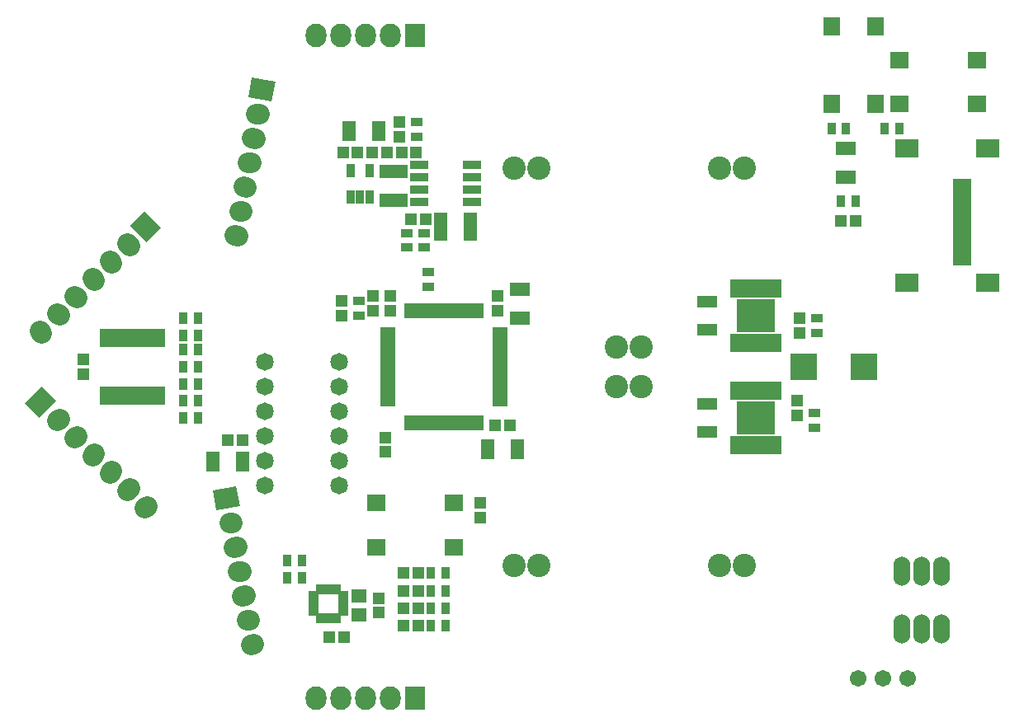
<source format=gts>
G04 #@! TF.FileFunction,Soldermask,Top*
%FSLAX46Y46*%
G04 Gerber Fmt 4.6, Leading zero omitted, Abs format (unit mm)*
G04 Created by KiCad (PCBNEW 4.0.2-stable) date 4/4/2016 11:45:04 AM*
%MOMM*%
G01*
G04 APERTURE LIST*
%ADD10C,0.100000*%
%ADD11C,2.400000*%
%ADD12C,2.127200*%
%ADD13R,2.100000X1.300000*%
%ADD14R,2.000000X1.400000*%
%ADD15R,1.400000X2.000000*%
%ADD16R,0.900000X1.300000*%
%ADD17R,1.300000X0.900000*%
%ADD18R,1.197560X1.197560*%
%ADD19R,1.000000X0.630000*%
%ADD20R,0.630000X1.000000*%
%ADD21R,0.700000X1.600000*%
%ADD22R,1.600000X0.700000*%
%ADD23R,1.900000X1.200000*%
%ADD24R,2.450000X1.900000*%
%ADD25R,0.850000X1.850000*%
%ADD26C,1.708000*%
%ADD27O,1.708000X3.016000*%
%ADD28R,1.950000X1.700000*%
%ADD29R,1.700000X1.950000*%
%ADD30R,2.770000X2.830000*%
%ADD31R,1.200000X1.150000*%
%ADD32R,1.150000X1.200000*%
%ADD33R,0.755600X1.873200*%
%ADD34R,3.981400X3.346400*%
%ADD35C,1.822400*%
%ADD36R,1.650000X1.400000*%
%ADD37R,1.400000X2.900000*%
%ADD38R,2.900000X1.400000*%
%ADD39R,0.950000X1.400000*%
%ADD40R,1.900000X0.950000*%
%ADD41R,2.127200X2.432000*%
%ADD42O,2.127200X2.432000*%
G04 APERTURE END LIST*
D10*
D11*
X208270000Y-110375000D03*
X210810000Y-110375000D03*
X189730000Y-110375000D03*
X197730000Y-92000000D03*
X200270000Y-92000000D03*
X187190000Y-110375000D03*
X189730000Y-69625000D03*
X187190000Y-69625000D03*
X208270000Y-69625000D03*
X200270000Y-88000000D03*
X197730000Y-88000000D03*
X210810000Y-69625000D03*
D10*
G36*
X156663967Y-104754363D02*
X156294583Y-102659480D01*
X158689635Y-102237167D01*
X159059019Y-104332050D01*
X156663967Y-104754363D01*
X156663967Y-104754363D01*
G37*
D12*
X157967782Y-106023641D02*
X158267952Y-105970713D01*
X158408849Y-108525052D02*
X158709019Y-108472124D01*
X158849915Y-111026464D02*
X159150085Y-110973536D01*
X159290981Y-113527876D02*
X159591151Y-113474948D01*
X159732048Y-116029287D02*
X160032218Y-115976359D01*
X160173114Y-118530699D02*
X160473284Y-118477771D01*
D13*
X207000000Y-83300000D03*
X207000000Y-86200000D03*
X207000000Y-96700000D03*
X207000000Y-93800000D03*
D14*
X187750000Y-82000000D03*
X187750000Y-85000000D03*
D15*
X184500000Y-98500000D03*
X187500000Y-98500000D03*
D14*
X221250000Y-70525000D03*
X221250000Y-67525000D03*
D15*
X159300000Y-99700000D03*
X156300000Y-99700000D03*
X170300000Y-65800000D03*
X173300000Y-65800000D03*
D16*
X180150000Y-111200000D03*
X178650000Y-111200000D03*
X180150000Y-113000000D03*
X178650000Y-113000000D03*
X180150000Y-114800000D03*
X178650000Y-114800000D03*
D17*
X176200000Y-77750000D03*
X176200000Y-76250000D03*
X178000000Y-76250000D03*
X178000000Y-77750000D03*
D16*
X222250000Y-73000000D03*
X220750000Y-73000000D03*
X154750000Y-88250000D03*
X153250000Y-88250000D03*
X154750000Y-86750000D03*
X153250000Y-86750000D03*
X154750000Y-93500000D03*
X153250000Y-93500000D03*
X154750000Y-95250000D03*
X153250000Y-95250000D03*
X154750000Y-85000000D03*
X153250000Y-85000000D03*
X154750000Y-90000000D03*
X153250000Y-90000000D03*
X154750000Y-91750000D03*
X153250000Y-91750000D03*
D17*
X177200000Y-66350000D03*
X177200000Y-64850000D03*
D16*
X225250000Y-65500000D03*
X226750000Y-65500000D03*
X219750000Y-65500000D03*
X221250000Y-65500000D03*
D17*
X218250000Y-86500000D03*
X218250000Y-85000000D03*
X218000000Y-96250000D03*
X218000000Y-94750000D03*
D16*
X163950000Y-111650000D03*
X165450000Y-111650000D03*
X163950000Y-109900000D03*
X165450000Y-109900000D03*
D17*
X178400000Y-80250000D03*
X178400000Y-81750000D03*
D16*
X180150000Y-116600000D03*
X178650000Y-116600000D03*
D17*
X171250000Y-83250000D03*
X171250000Y-84750000D03*
D18*
X177349300Y-116600000D03*
X175850700Y-116600000D03*
X177349300Y-113000000D03*
X175850700Y-113000000D03*
X177349300Y-114800000D03*
X175850700Y-114800000D03*
X222249300Y-75000000D03*
X220750700Y-75000000D03*
X175400000Y-64850700D03*
X175400000Y-66349300D03*
X177349300Y-111200000D03*
X175850700Y-111200000D03*
D10*
G36*
X159940981Y-62332050D02*
X160310365Y-60237167D01*
X162705417Y-60659480D01*
X162336033Y-62754363D01*
X159940981Y-62332050D01*
X159940981Y-62332050D01*
G37*
D12*
X160732048Y-63970713D02*
X161032218Y-64023641D01*
X160290981Y-66472124D02*
X160591151Y-66525052D01*
X159849915Y-68973536D02*
X160150085Y-69026464D01*
X159408849Y-71474948D02*
X159709019Y-71527876D01*
X158967782Y-73976359D02*
X159267952Y-74029287D01*
X158526716Y-76477771D02*
X158826886Y-76530699D01*
D10*
G36*
X138504083Y-95223767D02*
X136999925Y-93719609D01*
X138719609Y-91999925D01*
X140223767Y-93504083D01*
X138504083Y-95223767D01*
X138504083Y-95223767D01*
G37*
D12*
X140300135Y-95515661D02*
X140515661Y-95300135D01*
X142096186Y-97311712D02*
X142311712Y-97096186D01*
X143892237Y-99107763D02*
X144107763Y-98892237D01*
X145688288Y-100903814D02*
X145903814Y-100688288D01*
X147484339Y-102699865D02*
X147699865Y-102484339D01*
X149280391Y-104495917D02*
X149495917Y-104280391D01*
D10*
G36*
X147776233Y-75504083D02*
X149280391Y-73999925D01*
X151000075Y-75719609D01*
X149495917Y-77223767D01*
X147776233Y-75504083D01*
X147776233Y-75504083D01*
G37*
D12*
X147484339Y-77300135D02*
X147699865Y-77515661D01*
X145688288Y-79096186D02*
X145903814Y-79311712D01*
X143892237Y-80892237D02*
X144107763Y-81107763D01*
X142096186Y-82688288D02*
X142311712Y-82903814D01*
X140300135Y-84484339D02*
X140515661Y-84699865D01*
X138504083Y-86280391D02*
X138719609Y-86495917D01*
D19*
X166630000Y-113320000D03*
X166630000Y-113720000D03*
X166630000Y-114120000D03*
X166630000Y-114520000D03*
X166630000Y-114920000D03*
X166630000Y-115320000D03*
D20*
X167130000Y-115820000D03*
X167530000Y-115820000D03*
X167930000Y-115820000D03*
X168330000Y-115820000D03*
X168730000Y-115820000D03*
X169130000Y-115820000D03*
D19*
X169630000Y-115320000D03*
X169630000Y-114920000D03*
X169630000Y-114520000D03*
X169630000Y-114120000D03*
X169630000Y-113720000D03*
X169630000Y-113320000D03*
D20*
X169130000Y-112820000D03*
X168730000Y-112820000D03*
X168330000Y-112820000D03*
X167930000Y-112820000D03*
X167530000Y-112820000D03*
X167130000Y-112820000D03*
D21*
X178249937Y-84249937D03*
D22*
X174249937Y-89249937D03*
X174249937Y-92749938D03*
X174249937Y-93249938D03*
X174249937Y-93749938D03*
D21*
X176249937Y-95749938D03*
X177749937Y-95749938D03*
X178249937Y-95749938D03*
X178749937Y-95749938D03*
X179249937Y-95749938D03*
D22*
X185749938Y-89749937D03*
X185749938Y-89249937D03*
X185749938Y-88749937D03*
X185749938Y-88249937D03*
X185749938Y-87749937D03*
X185749938Y-87249937D03*
D21*
X183749938Y-84249937D03*
X183249938Y-84249937D03*
X180749938Y-95749938D03*
X181249938Y-95749938D03*
X181749938Y-95749938D03*
X180749938Y-84249937D03*
X180249938Y-84249937D03*
X179749937Y-84249937D03*
X179249937Y-84249937D03*
X178749937Y-84249937D03*
X177749937Y-84249937D03*
X177249937Y-84249937D03*
X182249938Y-95749938D03*
X182749938Y-95749938D03*
D22*
X185749938Y-93749938D03*
X185749938Y-93249938D03*
X185749938Y-92749938D03*
X185749938Y-92249938D03*
X174249937Y-89749937D03*
X174249937Y-90249938D03*
X174249937Y-90749938D03*
X174249937Y-91249938D03*
D21*
X179749937Y-95749938D03*
X180249938Y-95749938D03*
D22*
X185749938Y-91749938D03*
X185749938Y-91249938D03*
X185749938Y-90749938D03*
X185749938Y-90249938D03*
D21*
X182749938Y-84249937D03*
X182249938Y-84249937D03*
X181749938Y-84249937D03*
D22*
X174249937Y-86749937D03*
X174249937Y-87249937D03*
X174249937Y-87749937D03*
D21*
X181249938Y-84249937D03*
D22*
X174249937Y-88249937D03*
X174249937Y-88749937D03*
X174249937Y-86249937D03*
D21*
X183249938Y-95749938D03*
D22*
X185749938Y-86749937D03*
X174249937Y-92249938D03*
D21*
X177249937Y-95749938D03*
X183749938Y-95749938D03*
D22*
X185749938Y-86249937D03*
D21*
X176249937Y-84249937D03*
D22*
X174249937Y-91749938D03*
D21*
X176749937Y-95749938D03*
X176749937Y-84249937D03*
D23*
X233175000Y-71250000D03*
X233175000Y-72350000D03*
X233175000Y-73450000D03*
X233175000Y-74550000D03*
X233175000Y-75650000D03*
X233175000Y-76750000D03*
X233175000Y-77850000D03*
X233175000Y-78950000D03*
D24*
X235775000Y-67575000D03*
X227475000Y-67575000D03*
X227475000Y-81325000D03*
X235775000Y-81325000D03*
D25*
X145075000Y-92950000D03*
X145725000Y-92950000D03*
X146375000Y-92950000D03*
X147025000Y-92950000D03*
X147675000Y-92950000D03*
X148325000Y-92950000D03*
X148975000Y-92950000D03*
X149625000Y-92950000D03*
X150275000Y-92950000D03*
X150925000Y-92950000D03*
X150925000Y-87050000D03*
X150275000Y-87050000D03*
X149625000Y-87050000D03*
X148975000Y-87050000D03*
X148325000Y-87050000D03*
X147675000Y-87050000D03*
X147025000Y-87050000D03*
X146375000Y-87050000D03*
X145725000Y-87050000D03*
X145075000Y-87050000D03*
D26*
X227540000Y-122000000D03*
X225000000Y-122000000D03*
X222460000Y-122000000D03*
D27*
X227027500Y-110952500D03*
X229027500Y-110952500D03*
X231027500Y-110952500D03*
X227027500Y-116952500D03*
X229027500Y-116952500D03*
X231027500Y-116952500D03*
D28*
X173025000Y-108500000D03*
X173025000Y-104000000D03*
X180975000Y-104000000D03*
X180975000Y-108500000D03*
X234725000Y-58500000D03*
X234725000Y-63000000D03*
X226775000Y-63000000D03*
X226775000Y-58500000D03*
D29*
X224250000Y-62975000D03*
X219750000Y-62975000D03*
X219750000Y-55025000D03*
X224250000Y-55025000D03*
D30*
X223120000Y-90000000D03*
X216880000Y-90000000D03*
D31*
X172650000Y-68000000D03*
X174150000Y-68000000D03*
X171150000Y-68000000D03*
X169650000Y-68000000D03*
X177150000Y-68000000D03*
X175650000Y-68000000D03*
X159350000Y-97500000D03*
X157850000Y-97500000D03*
X168250000Y-117750000D03*
X169750000Y-117750000D03*
D32*
X173300000Y-115250000D03*
X173300000Y-113750000D03*
X216250000Y-93500000D03*
X216250000Y-95000000D03*
X216500000Y-86500000D03*
X216500000Y-85000000D03*
X143000000Y-90750000D03*
X143000000Y-89250000D03*
X183750000Y-104000000D03*
X183750000Y-105500000D03*
X169500000Y-84750000D03*
X169500000Y-83250000D03*
X174500000Y-82750000D03*
X174500000Y-84250000D03*
X172750000Y-84250000D03*
X172750000Y-82750000D03*
X174000000Y-97250000D03*
X174000000Y-98750000D03*
D31*
X186750000Y-96000000D03*
X185250000Y-96000000D03*
D32*
X185500000Y-82750000D03*
X185500000Y-84250000D03*
D31*
X178150000Y-74800000D03*
X176650000Y-74800000D03*
D33*
X209724160Y-87569400D03*
X210374400Y-87569400D03*
X211024641Y-87569400D03*
X211674881Y-87569400D03*
X212325119Y-87569400D03*
X212975359Y-87569400D03*
X213625600Y-87569400D03*
X214275840Y-87569400D03*
X214275840Y-81930600D03*
X213625600Y-81930600D03*
X212975359Y-81930600D03*
X212325119Y-81930600D03*
X211674881Y-81930600D03*
X211024641Y-81930600D03*
X210374400Y-81930600D03*
X209724160Y-81930600D03*
D34*
X212000000Y-84750000D03*
D33*
X209724160Y-98069400D03*
X210374400Y-98069400D03*
X211024641Y-98069400D03*
X211674881Y-98069400D03*
X212325119Y-98069400D03*
X212975359Y-98069400D03*
X213625600Y-98069400D03*
X214275840Y-98069400D03*
X214275840Y-92430600D03*
X213625600Y-92430600D03*
X212975359Y-92430600D03*
X212325119Y-92430600D03*
X211674881Y-92430600D03*
X211024641Y-92430600D03*
X210374400Y-92430600D03*
X209724160Y-92430600D03*
D34*
X212000000Y-95250000D03*
D35*
X161590000Y-91990000D03*
X161590000Y-89450000D03*
X169210000Y-89450000D03*
X169210000Y-94530000D03*
X169210000Y-102150000D03*
X161590000Y-94530000D03*
X169210000Y-99610000D03*
X161590000Y-102150000D03*
X169210000Y-91990000D03*
X161590000Y-97070000D03*
X169210000Y-97070000D03*
X161590000Y-99610000D03*
D36*
X171300000Y-115500000D03*
X171300000Y-113500000D03*
D37*
X179700000Y-75600000D03*
X182700000Y-75600000D03*
D38*
X174800000Y-69900000D03*
X174800000Y-72900000D03*
D39*
X172349938Y-72550063D03*
X171399937Y-72550063D03*
X170449937Y-72550063D03*
X172349938Y-69850062D03*
X170449937Y-69850062D03*
D40*
X182900063Y-71835063D03*
X177500062Y-71835063D03*
X182900063Y-73105063D03*
X182900063Y-70565062D03*
X182900063Y-69295062D03*
X177500062Y-70565062D03*
X177500062Y-69295062D03*
X177500062Y-73105063D03*
D41*
X177000000Y-124000000D03*
D42*
X174460000Y-124000000D03*
X171920000Y-124000000D03*
X169380000Y-124000000D03*
X166840000Y-124000000D03*
D41*
X177000000Y-56000000D03*
D42*
X174460000Y-56000000D03*
X171920000Y-56000000D03*
X169380000Y-56000000D03*
X166840000Y-56000000D03*
M02*

</source>
